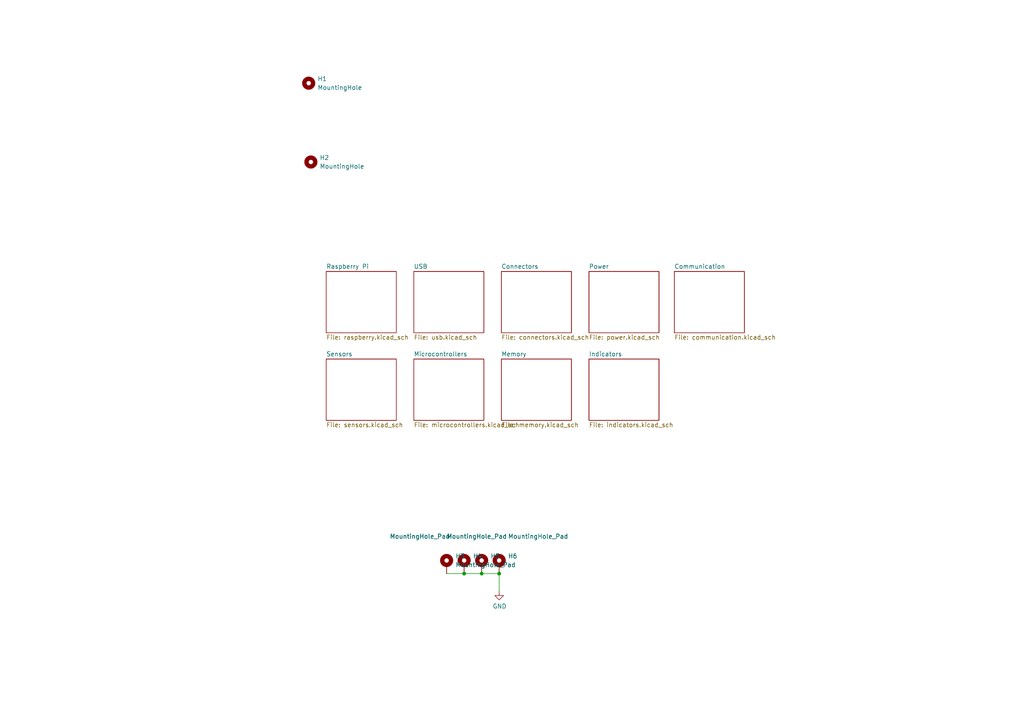
<source format=kicad_sch>
(kicad_sch (version 20231120) (generator "eeschema") (generator_version "8.0")
  (paper "A4")
  (lib_symbols
    (symbol "Mechanical:MountingHole" (pin_names (offset 1.016))
      (property "Reference" "H" (at 0 5.08 0))
      (property "Value" "MountingHole" (at 0 3.175 0))
      (symbol "MountingHole_0_1"
        (circle (center 0 0) (radius 1.27) (stroke (width 1.27)))
      )
    )
    (symbol "Mechanical:MountingHole_Pad" (pin_numbers hide) (pin_names (offset 1.016) hide)
      (property "Reference" "H" (at 0 6.35 0))
      (property "Value" "MountingHole_Pad" (at 0 4.445 0))
      (symbol "MountingHole_Pad_0_1"
        (circle (center 0 1.27) (radius 1.27) (stroke (width 1.27)))
      )
      (symbol "MountingHole_Pad_1_1"
        (pin input line (at 0 -2.54 90) (length 2.54) (name "1") (number "1"))
      )
    )
    (symbol "power:GND" (power) (pin_names (offset 0))
      (property "Value" "GND" (at 0 -3.81 0))
      (symbol "GND_0_1"
        (polyline (pts (xy 0 0) (xy 0 -1.27) (xy 1.27 -1.27) (xy 0 -2.54) (xy -1.27 -1.27) (xy 0 -1.27)))
      )
      (symbol "GND_1_1"
        (pin power_in line (at 0 0 270) (length 0) hide (name "GND") (number "1"))
      )
    )
  )
  (junction (at 134.62 166.37))
  (junction (at 144.78 166.37))
  (junction (at 139.7 166.37))
  (wire (pts (xy 139.7 166.37) (xy 144.78 166.37)))
  (wire (pts (xy 134.62 166.37) (xy 139.7 166.37)))
  (wire (pts (xy 144.78 166.37) (xy 144.78 171.45)))
  (wire (pts (xy 129.54 166.37) (xy 134.62 166.37)))
  (symbol (lib_id "Mechanical:MountingHole") (at 90.17 46.99 0) (unit 1)
    (property "Reference" "H2" (at 92.71 45.7199 0) (effects (justify left)))
    (property "Value" "MountingHole" (at 92.71 48.2599 0) (effects (justify left)))
    (property "Footprint" "downloaded_parts:WA-SMSI-25" (effects (hide yes)))
  )
  (symbol (lib_id "Mechanical:MountingHole_Pad") (at 129.54 163.83 0) (unit 1)
    (property "Reference" "H3" (at 132.08 161.2899 0) (effects (justify left)))
    (property "Value" "MountingHole_Pad" (at 132.08 163.8299 0) (effects (justify left)))
    (property "Footprint" "MountingHole:MountingHole_2.7mm_M2.5_Pad" (effects (hide yes)))
  )
  (symbol (lib_id "Mechanical:MountingHole_Pad") (at 139.7 163.83 0) (unit 1)
    (property "Reference" "H5" (at 142.24 161.2899 0) (effects (justify left)))
    (property "Value" "MountingHole_Pad" (at 129.54 155.575 0) (effects (justify left)))
    (property "Footprint" "MountingHole:MountingHole_2.7mm_M2.5_Pad" (effects (hide yes)))
  )
  (symbol (lib_id "Mechanical:MountingHole") (at 89.535 24.13 0) (unit 1)
    (property "Reference" "H1" (at 92.075 22.8599 0) (effects (justify left)))
    (property "Value" "MountingHole" (at 92.075 25.3999 0) (effects (justify left)))
    (property "Footprint" "downloaded_parts:WA-SMSI-25" (effects (hide yes)))
  )
  (symbol (lib_id "Mechanical:MountingHole_Pad") (at 134.62 163.83 0) (unit 1)
    (property "Reference" "H4" (at 137.16 161.2899 0) (effects (justify left)))
    (property "Value" "MountingHole_Pad" (at 113.03 155.575 0) (effects (justify left)))
    (property "Footprint" "MountingHole:MountingHole_2.7mm_M2.5_Pad" (effects (hide yes)))
  )
  (symbol (lib_id "power:GND") (at 144.78 171.45 0) (unit 1)
    (property "Reference" "#PWR01" (effects (hide yes)))
    (property "Value" "GND" (at 144.907 175.8442 0))
  )
  (symbol (lib_id "Mechanical:MountingHole_Pad") (at 144.78 163.83 0) (unit 1)
    (property "Reference" "H6" (at 147.32 161.2899 0) (effects (justify left)))
    (property "Value" "MountingHole_Pad" (at 147.32 155.575 0) (effects (justify left)))
    (property "Footprint" "MountingHole:MountingHole_2.7mm_M2.5_Pad" (effects (hide yes)))
  )
  (sheet (at 145.415 104.14) (size 20.32 17.78) (stroke (width 0.1524))
    (property "Sheetname" "Memory" (at 145.415 103.4284 0) (effects (justify left bottom)))
    (property "Sheetfile" "memory.kicad_sch" (at 145.415 122.5046 0) (effects (justify left top)))
  )
  (sheet (at 120.015 104.14) (size 20.32 17.78) (stroke (width 0.1524))
    (property "Sheetname" "Microcontrollers" (at 120.015 103.4284 0) (effects (justify left bottom)))
    (property "Sheetfile" "microcontrollers.kicad_sch" (at 120.015 122.5046 0) (effects (justify left top)))
  )
  (sheet (at 170.815 78.74) (size 20.32 17.78) (stroke (width 0.1524))
    (property "Sheetname" "Power" (at 170.815 78.0284 0) (effects (justify left bottom)))
    (property "Sheetfile" "power.kicad_sch" (at 170.815 97.1046 0) (effects (justify left top)))
  )
  (sheet (at 94.615 104.14) (size 20.32 17.78) (stroke (width 0.1524))
    (property "Sheetname" "Sensors" (at 94.615 103.4284 0) (effects (justify left bottom)))
    (property "Sheetfile" "sensors.kicad_sch" (at 94.615 122.5046 0) (effects (justify left top)))
  )
  (sheet (at 145.415 78.74) (size 20.32 17.78) (stroke (width 0.1524))
    (property "Sheetname" "Connectors" (at 145.415 78.0284 0) (effects (justify left bottom)))
    (property "Sheetfile" "connectors.kicad_sch" (at 145.415 97.1046 0) (effects (justify left top)))
  )
  (sheet (at 195.58 78.74) (size 20.32 17.78) (stroke (width 0.1524))
    (property "Sheetname" "Communication" (at 195.58 78.0284 0) (effects (justify left bottom)))
    (property "Sheetfile" "communication.kicad_sch" (at 195.58 97.1046 0) (effects (justify left top)))
  )
  (sheet (at 94.615 78.74) (size 20.32 17.78) (stroke (width 0.1524))
    (property "Sheetname" "Raspberry Pi" (at 94.615 78.0284 0) (effects (justify left bottom)))
    (property "Sheetfile" "raspberry.kicad_sch" (at 94.615 97.1046 0) (effects (justify left top)))
  )
  (sheet (at 170.815 104.14) (size 20.32 17.78) (stroke (width 0.1524))
    (property "Sheetname" "Indicators" (at 170.815 103.4284 0) (effects (justify left bottom)))
    (property "Sheetfile" "indicators.kicad_sch" (at 170.815 122.5046 0) (effects (justify left top)))
  )
  (sheet (at 120.015 78.74) (size 20.32 17.78) (stroke (width 0.1524))
    (property "Sheetname" "USB" (at 120.015 78.0284 0) (effects (justify left bottom)))
    (property "Sheetfile" "usb.kicad_sch" (at 120.015 97.1046 0) (effects (justify left top)))
  )
)
</source>
